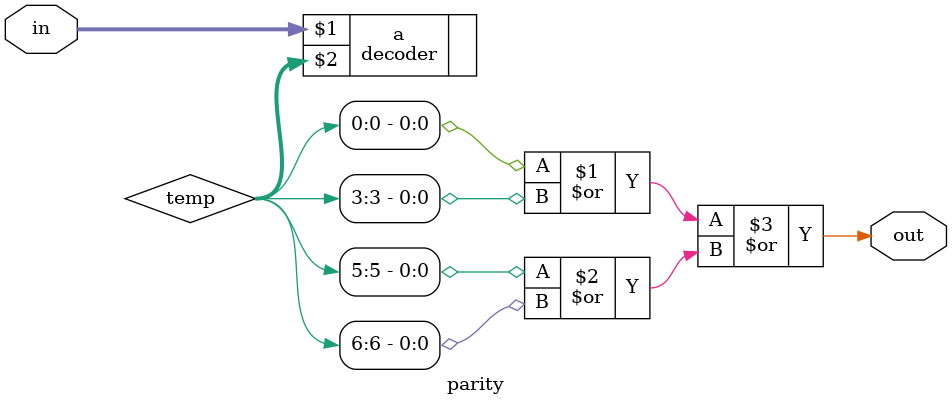
<source format=v>
`include "decoder.v"

module parity (in,out);
input [2:0] in;
output out;
wire [7:0] temp;
decoder a(in,temp);
assign out = ((temp[0] | temp[3]) | (temp[5] | temp[6]));

endmodule 

</source>
